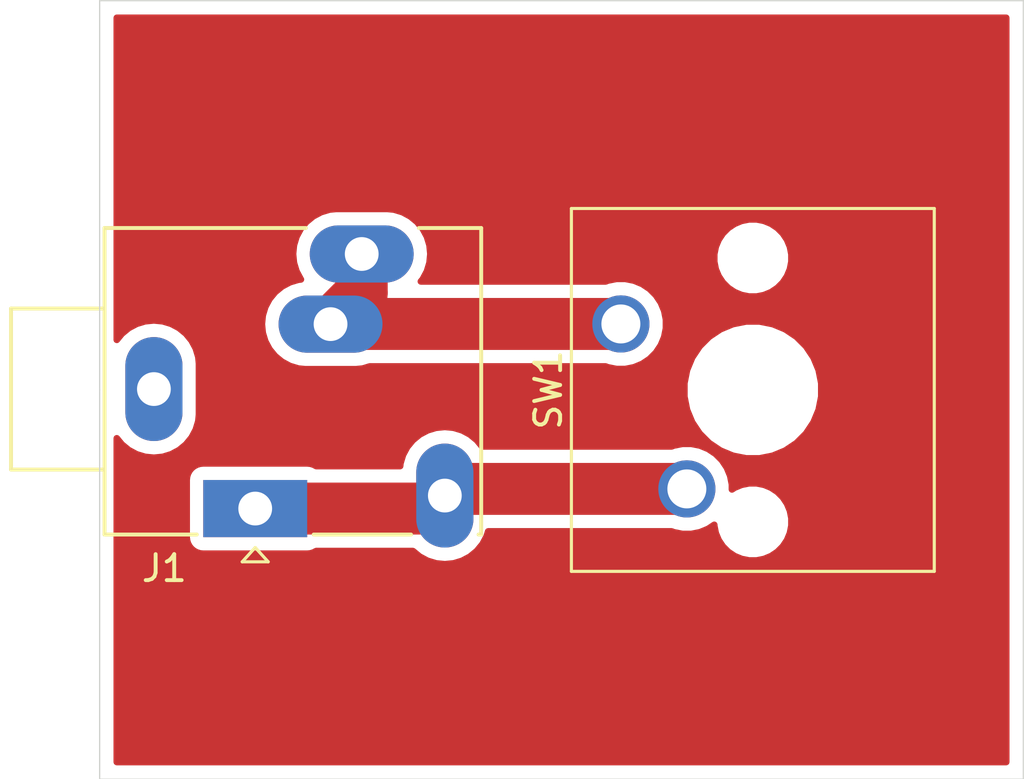
<source format=kicad_pcb>
(kicad_pcb (version 20171130) (host pcbnew "(6.0.0-rc1-dev-1521-g81a0ab4d7)")

  (general
    (thickness 1.6)
    (drawings 5)
    (tracks 6)
    (zones 0)
    (modules 2)
    (nets 4)
  )

  (page A4)
  (layers
    (0 F.Cu signal)
    (31 B.Cu signal)
    (32 B.Adhes user)
    (33 F.Adhes user)
    (34 B.Paste user)
    (35 F.Paste user)
    (36 B.SilkS user)
    (37 F.SilkS user)
    (38 B.Mask user)
    (39 F.Mask user)
    (40 Dwgs.User user)
    (41 Cmts.User user)
    (42 Eco1.User user)
    (43 Eco2.User user)
    (44 Edge.Cuts user)
    (45 Margin user)
    (46 B.CrtYd user)
    (47 F.CrtYd user)
    (48 B.Fab user)
    (49 F.Fab user)
  )

  (setup
    (last_trace_width 2)
    (user_trace_width 2)
    (trace_clearance 0.254)
    (zone_clearance 0.508)
    (zone_45_only no)
    (trace_min 0.127)
    (via_size 0.6858)
    (via_drill 0.3302)
    (via_min_size 0.6)
    (via_min_drill 0.3)
    (uvia_size 0.3)
    (uvia_drill 0.1)
    (uvias_allowed no)
    (uvia_min_size 0)
    (uvia_min_drill 0)
    (edge_width 0.05)
    (segment_width 0.2)
    (pcb_text_width 0.3)
    (pcb_text_size 1.5 1.5)
    (mod_edge_width 0.12)
    (mod_text_size 1 1)
    (mod_text_width 0.15)
    (pad_size 1.524 1.524)
    (pad_drill 0.762)
    (pad_to_mask_clearance 0.051)
    (solder_mask_min_width 0.25)
    (aux_axis_origin 0 0)
    (visible_elements FFFFFF7F)
    (pcbplotparams
      (layerselection 0x010fc_ffffffff)
      (usegerberextensions false)
      (usegerberattributes false)
      (usegerberadvancedattributes false)
      (creategerberjobfile false)
      (excludeedgelayer true)
      (linewidth 0.100000)
      (plotframeref false)
      (viasonmask false)
      (mode 1)
      (useauxorigin false)
      (hpglpennumber 1)
      (hpglpenspeed 20)
      (hpglpendiameter 15.000000)
      (psnegative false)
      (psa4output false)
      (plotreference true)
      (plotvalue true)
      (plotinvisibletext false)
      (padsonsilk false)
      (subtractmaskfromsilk false)
      (outputformat 1)
      (mirror false)
      (drillshape 1)
      (scaleselection 1)
      (outputdirectory ""))
  )

  (net 0 "")
  (net 1 "Net-(J1-PadT)")
  (net 2 "Net-(J1-PadR)")
  (net 3 "Net-(J1-PadS)")

  (net_class Default "This is the default net class."
    (clearance 0.254)
    (trace_width 0.25)
    (via_dia 0.6858)
    (via_drill 0.3302)
    (uvia_dia 0.3)
    (uvia_drill 0.1)
    (add_net "Net-(J1-PadR)")
    (add_net "Net-(J1-PadS)")
    (add_net "Net-(J1-PadT)")
  )

  (module Connector_Audio:Jack_3.5mm_Ledino_KB3SPRS_Horizontal (layer F.Cu) (tedit 5BC12D58) (tstamp 5C79EE80)
    (at 126.893001 72.893001)
    (descr https://www.reichelt.de/index.html?ACTION=7&LA=3&OPEN=0&INDEX=0&FILENAME=C160%252FKB3SPRS.pdf)
    (tags "jack stereo TRS")
    (path /5C7A5006)
    (fp_text reference J1 (at -3.5 2.3) (layer F.SilkS)
      (effects (font (size 1 1) (thickness 0.15)))
    )
    (fp_text value AudioJack_Mono_Ground_Switch (at 2.3 -12.2) (layer F.Fab)
      (effects (font (size 1 1) (thickness 0.15)))
    )
    (fp_text user %R (at 2.7 -4.6) (layer F.Fab)
      (effects (font (size 1 1) (thickness 0.15)))
    )
    (fp_line (start 0.5 2.05) (end 0 1.5) (layer F.SilkS) (width 0.12))
    (fp_line (start -0.5 2.05) (end 0.5 2.05) (layer F.SilkS) (width 0.12))
    (fp_line (start 0 1.5) (end -0.5 2.05) (layer F.SilkS) (width 0.12))
    (fp_line (start -9.3 -7.6) (end -9.3 -1.6) (layer F.Fab) (width 0.1))
    (fp_line (start -9.3 -1.6) (end -5.7 -1.6) (layer F.Fab) (width 0.1))
    (fp_line (start -9.3 -7.6) (end -5.7 -7.6) (layer F.Fab) (width 0.1))
    (fp_line (start -5.7 -10.7) (end -5.7 0.9) (layer F.Fab) (width 0.1))
    (fp_line (start -5.7 0.9) (end 8.6 0.9) (layer F.Fab) (width 0.1))
    (fp_line (start 8.6 0.9) (end 8.6 -10.7) (layer F.Fab) (width 0.1))
    (fp_line (start 8.6 -10.7) (end -5.7 -10.7) (layer F.Fab) (width 0.1))
    (fp_line (start -9.8 2) (end 9.1 2) (layer F.CrtYd) (width 0.05))
    (fp_line (start 9.1 -11.4) (end -9.8 -11.4) (layer F.CrtYd) (width 0.05))
    (fp_line (start -5.8 -10.8) (end 1.95 -10.8) (layer F.SilkS) (width 0.15))
    (fp_line (start 6.3 -10.8) (end 8.7 -10.8) (layer F.SilkS) (width 0.15))
    (fp_line (start 8.7 -10.8) (end 8.7 1) (layer F.SilkS) (width 0.15))
    (fp_line (start 8.7 1) (end 8.6 1) (layer F.SilkS) (width 0.15))
    (fp_line (start 6 1) (end 2.25 1) (layer F.SilkS) (width 0.15))
    (fp_line (start -2.25 1) (end -5.8 1) (layer F.SilkS) (width 0.15))
    (fp_line (start -5.8 1) (end -5.8 -10.8) (layer F.SilkS) (width 0.15))
    (fp_line (start -5.8 -7.7) (end -9.4 -7.7) (layer F.SilkS) (width 0.15))
    (fp_line (start -9.4 -7.7) (end -9.4 -1.5) (layer F.SilkS) (width 0.15))
    (fp_line (start -9.4 -1.5) (end -5.8 -1.5) (layer F.SilkS) (width 0.15))
    (fp_line (start -9.8 -11.4) (end -9.8 2) (layer F.CrtYd) (width 0.05))
    (fp_line (start 9.1 2) (end 9.1 -11.4) (layer F.CrtYd) (width 0.05))
    (fp_circle (center 0.1 -1.75) (end 0.4 -1.55) (layer F.Fab) (width 0.12))
    (pad T thru_hole rect (at 0 0) (size 4 2.2) (drill 1.3) (layers *.Cu *.Mask)
      (net 1 "Net-(J1-PadT)"))
    (pad TN thru_hole oval (at 7.3 -0.5 90) (size 4 2.2) (drill 1.3) (layers *.Cu *.Mask)
      (net 1 "Net-(J1-PadT)"))
    (pad RN thru_hole oval (at 2.9 -7.1) (size 4 2.2) (drill 1.3) (layers *.Cu *.Mask)
      (net 2 "Net-(J1-PadR)"))
    (pad R thru_hole oval (at 4.1 -9.8) (size 4 2.2) (drill 1.3) (layers *.Cu *.Mask)
      (net 2 "Net-(J1-PadR)"))
    (pad S thru_hole oval (at -3.9 -4.6) (size 2.2 4) (drill 1.3) (layers *.Cu *.Mask)
      (net 3 "Net-(J1-PadS)"))
    (model ${KISYS3DMOD}/Connector_Audio.3dshapes/Jack_3.5mm_Ledino_KB3SPRS_Horizontal.wrl
      (at (xyz 0 0 0))
      (scale (xyz 1 1 1))
      (rotate (xyz 0 0 0))
    )
  )

  (module Button_Switch_Keyboard:SW_Cherry_MX1A_1.00u_PCB (layer F.Cu) (tedit 5A02FE24) (tstamp 5C79EE9A)
    (at 140.97 65.786 90)
    (descr "Cherry MX keyswitch, MX1A, 1.00u, PCB mount, http://cherryamericas.com/wp-content/uploads/2014/12/mx_cat.pdf")
    (tags "cherry mx keyswitch MX1A 1.00u PCB")
    (path /5C797BA6)
    (fp_text reference SW1 (at -2.54 -2.794 90) (layer F.SilkS)
      (effects (font (size 1 1) (thickness 0.15)))
    )
    (fp_text value SW_Push (at -2.54 12.954 90) (layer F.Fab)
      (effects (font (size 1 1) (thickness 0.15)))
    )
    (fp_text user %R (at -2.54 -2.794 90) (layer F.Fab)
      (effects (font (size 1 1) (thickness 0.15)))
    )
    (fp_line (start -8.89 -1.27) (end 3.81 -1.27) (layer F.Fab) (width 0.15))
    (fp_line (start 3.81 -1.27) (end 3.81 11.43) (layer F.Fab) (width 0.15))
    (fp_line (start 3.81 11.43) (end -8.89 11.43) (layer F.Fab) (width 0.15))
    (fp_line (start -8.89 11.43) (end -8.89 -1.27) (layer F.Fab) (width 0.15))
    (fp_line (start -9.14 11.68) (end -9.14 -1.52) (layer F.CrtYd) (width 0.05))
    (fp_line (start 4.06 11.68) (end -9.14 11.68) (layer F.CrtYd) (width 0.05))
    (fp_line (start 4.06 -1.52) (end 4.06 11.68) (layer F.CrtYd) (width 0.05))
    (fp_line (start -9.14 -1.52) (end 4.06 -1.52) (layer F.CrtYd) (width 0.05))
    (fp_line (start -12.065 -4.445) (end 6.985 -4.445) (layer Dwgs.User) (width 0.15))
    (fp_line (start 6.985 -4.445) (end 6.985 14.605) (layer Dwgs.User) (width 0.15))
    (fp_line (start 6.985 14.605) (end -12.065 14.605) (layer Dwgs.User) (width 0.15))
    (fp_line (start -12.065 14.605) (end -12.065 -4.445) (layer Dwgs.User) (width 0.15))
    (fp_line (start -9.525 -1.905) (end 4.445 -1.905) (layer F.SilkS) (width 0.12))
    (fp_line (start 4.445 -1.905) (end 4.445 12.065) (layer F.SilkS) (width 0.12))
    (fp_line (start 4.445 12.065) (end -9.525 12.065) (layer F.SilkS) (width 0.12))
    (fp_line (start -9.525 12.065) (end -9.525 -1.905) (layer F.SilkS) (width 0.12))
    (pad 1 thru_hole circle (at 0 0 90) (size 2.2 2.2) (drill 1.5) (layers *.Cu *.Mask)
      (net 2 "Net-(J1-PadR)"))
    (pad 2 thru_hole circle (at -6.35 2.54 90) (size 2.2 2.2) (drill 1.5) (layers *.Cu *.Mask)
      (net 1 "Net-(J1-PadT)"))
    (pad "" np_thru_hole circle (at -2.54 5.08 90) (size 4 4) (drill 4) (layers *.Cu *.Mask))
    (pad "" np_thru_hole circle (at -7.62 5.08 90) (size 1.7 1.7) (drill 1.7) (layers *.Cu *.Mask))
    (pad "" np_thru_hole circle (at 2.54 5.08 90) (size 1.7 1.7) (drill 1.7) (layers *.Cu *.Mask))
    (model ${KISYS3DMOD}/Button_Switch_Keyboard.3dshapes/SW_Cherry_MX1A_1.00u_PCB.wrl
      (at (xyz 0 0 0))
      (scale (xyz 1 1 1))
      (rotate (xyz 0 0 0))
    )
  )

  (gr_line (start 156.464 53.34) (end 120.904 53.34) (angle 90) (layer Edge.Cuts) (width 0.05))
  (gr_line (start 156.464 83.312) (end 156.464 53.34) (angle 90) (layer Edge.Cuts) (width 0.05))
  (gr_line (start 120.904 83.312) (end 156.464 83.312) (angle 90) (layer Edge.Cuts) (width 0.05))
  (gr_line (start 120.904 68.326) (end 120.904 83.312) (angle 90) (layer Edge.Cuts) (width 0.05))
  (gr_line (start 120.904 68.326) (end 120.904 53.34) (angle 90) (layer Edge.Cuts) (width 0.05))

  (segment (start 143.51 72.136) (end 134.450002 72.136) (width 2) (layer F.Cu) (net 1) (status C00000))
  (segment (start 134.450002 72.136) (end 133.693001 72.893001) (width 2) (layer F.Cu) (net 1) (tstamp 5C7A1784) (status C00000))
  (segment (start 133.693001 72.893001) (end 126.893001 72.893001) (width 2) (layer F.Cu) (net 1) (tstamp 5C7A1785) (status C00000))
  (segment (start 140.97 65.786) (end 129.800002 65.786) (width 2) (layer F.Cu) (net 2) (status C00000))
  (segment (start 129.800002 65.786) (end 130.993001 64.593001) (width 2) (layer F.Cu) (net 2) (tstamp 5C7A1780) (status 400000))
  (segment (start 130.993001 64.593001) (end 130.993001 63.093001) (width 2) (layer F.Cu) (net 2) (tstamp 5C7A1781) (status 800000))

  (zone (net 0) (net_name "") (layer F.Cu) (tstamp 5C7A1789) (hatch edge 0.508)
    (connect_pads (clearance 0.508))
    (min_thickness 0.254)
    (fill yes (arc_segments 32) (thermal_gap 0.508) (thermal_bridge_width 0.508))
    (polygon
      (pts
        (xy 156.21 83.058) (xy 121.158 83.058) (xy 121.158 53.594) (xy 156.21 53.594)
      )
    )
    (filled_polygon
      (pts
        (xy 155.804 82.652) (xy 121.564 82.652) (xy 121.564 71.793001) (xy 124.254929 71.793001) (xy 124.254929 73.993001)
        (xy 124.267189 74.117483) (xy 124.303499 74.237181) (xy 124.362464 74.347495) (xy 124.441816 74.444186) (xy 124.538507 74.523538)
        (xy 124.648821 74.582503) (xy 124.768519 74.618813) (xy 124.893001 74.631073) (xy 128.893001 74.631073) (xy 129.017483 74.618813)
        (xy 129.137181 74.582503) (xy 129.239145 74.528001) (xy 132.962958 74.528001) (xy 133.224424 74.74258) (xy 133.525834 74.903687)
        (xy 133.852883 75.002896) (xy 134.193001 75.036395) (xy 134.53312 75.002896) (xy 134.860169 74.903687) (xy 135.161579 74.74258)
        (xy 135.425767 74.525767) (xy 135.64258 74.261579) (xy 135.803687 73.960169) (xy 135.861071 73.771) (xy 142.923465 73.771)
        (xy 143.003919 73.804325) (xy 143.339117 73.871) (xy 143.680883 73.871) (xy 144.016081 73.804325) (xy 144.331831 73.673537)
        (xy 144.565 73.517739) (xy 144.565 73.55226) (xy 144.622068 73.839158) (xy 144.73401 74.109411) (xy 144.896525 74.352632)
        (xy 145.103368 74.559475) (xy 145.346589 74.72199) (xy 145.616842 74.833932) (xy 145.90374 74.891) (xy 146.19626 74.891)
        (xy 146.483158 74.833932) (xy 146.753411 74.72199) (xy 146.996632 74.559475) (xy 147.203475 74.352632) (xy 147.36599 74.109411)
        (xy 147.477932 73.839158) (xy 147.535 73.55226) (xy 147.535 73.25974) (xy 147.477932 72.972842) (xy 147.36599 72.702589)
        (xy 147.203475 72.459368) (xy 146.996632 72.252525) (xy 146.753411 72.09001) (xy 146.483158 71.978068) (xy 146.19626 71.921)
        (xy 145.90374 71.921) (xy 145.616842 71.978068) (xy 145.346589 72.09001) (xy 145.245 72.15789) (xy 145.245 71.965117)
        (xy 145.178325 71.629919) (xy 145.047537 71.314169) (xy 144.857663 71.030002) (xy 144.615998 70.788337) (xy 144.331831 70.598463)
        (xy 144.016081 70.467675) (xy 143.680883 70.401) (xy 143.339117 70.401) (xy 143.003919 70.467675) (xy 142.923465 70.501)
        (xy 135.623357 70.501) (xy 135.425767 70.260235) (xy 135.161578 70.043422) (xy 134.860168 69.882315) (xy 134.533119 69.783106)
        (xy 134.193001 69.749607) (xy 133.852882 69.783106) (xy 133.525833 69.882315) (xy 133.224423 70.043422) (xy 132.960235 70.260235)
        (xy 132.743422 70.524424) (xy 132.582315 70.825834) (xy 132.483106 71.152883) (xy 132.472753 71.258001) (xy 129.239145 71.258001)
        (xy 129.137181 71.203499) (xy 129.017483 71.167189) (xy 128.893001 71.154929) (xy 124.893001 71.154929) (xy 124.768519 71.167189)
        (xy 124.648821 71.203499) (xy 124.538507 71.262464) (xy 124.441816 71.341816) (xy 124.362464 71.438507) (xy 124.303499 71.548821)
        (xy 124.267189 71.668519) (xy 124.254929 71.793001) (xy 121.564 71.793001) (xy 121.564 70.186652) (xy 121.760236 70.425767)
        (xy 122.024424 70.64258) (xy 122.325834 70.803687) (xy 122.652883 70.902896) (xy 122.993001 70.936395) (xy 123.33312 70.902896)
        (xy 123.660169 70.803687) (xy 123.961579 70.64258) (xy 124.225767 70.425767) (xy 124.44258 70.161579) (xy 124.603687 69.860169)
        (xy 124.702896 69.53312) (xy 124.728001 69.278226) (xy 124.728001 68.066475) (xy 143.415 68.066475) (xy 143.415 68.585525)
        (xy 143.516261 69.094601) (xy 143.714893 69.574141) (xy 144.003262 70.005715) (xy 144.370285 70.372738) (xy 144.801859 70.661107)
        (xy 145.281399 70.859739) (xy 145.790475 70.961) (xy 146.309525 70.961) (xy 146.818601 70.859739) (xy 147.298141 70.661107)
        (xy 147.729715 70.372738) (xy 148.096738 70.005715) (xy 148.385107 69.574141) (xy 148.583739 69.094601) (xy 148.685 68.585525)
        (xy 148.685 68.066475) (xy 148.583739 67.557399) (xy 148.385107 67.077859) (xy 148.096738 66.646285) (xy 147.729715 66.279262)
        (xy 147.298141 65.990893) (xy 146.818601 65.792261) (xy 146.309525 65.691) (xy 145.790475 65.691) (xy 145.281399 65.792261)
        (xy 144.801859 65.990893) (xy 144.370285 66.279262) (xy 144.003262 66.646285) (xy 143.714893 67.077859) (xy 143.516261 67.557399)
        (xy 143.415 68.066475) (xy 124.728001 68.066475) (xy 124.728001 67.307776) (xy 124.702896 67.052882) (xy 124.603687 66.725833)
        (xy 124.44258 66.424423) (xy 124.225767 66.160235) (xy 123.961578 65.943422) (xy 123.680161 65.793001) (xy 127.149607 65.793001)
        (xy 127.183106 66.13312) (xy 127.282315 66.460169) (xy 127.443422 66.761579) (xy 127.660235 67.025767) (xy 127.924423 67.24258)
        (xy 128.225833 67.403687) (xy 128.552882 67.502896) (xy 128.807776 67.528001) (xy 130.778226 67.528001) (xy 131.03312 67.502896)
        (xy 131.303096 67.421) (xy 140.383465 67.421) (xy 140.463919 67.454325) (xy 140.799117 67.521) (xy 141.140883 67.521)
        (xy 141.476081 67.454325) (xy 141.791831 67.323537) (xy 142.075998 67.133663) (xy 142.317663 66.891998) (xy 142.507537 66.607831)
        (xy 142.638325 66.292081) (xy 142.705 65.956883) (xy 142.705 65.615117) (xy 142.638325 65.279919) (xy 142.507537 64.964169)
        (xy 142.317663 64.680002) (xy 142.075998 64.438337) (xy 141.791831 64.248463) (xy 141.476081 64.117675) (xy 141.140883 64.051)
        (xy 140.799117 64.051) (xy 140.463919 64.117675) (xy 140.383465 64.151) (xy 133.269194 64.151) (xy 133.34258 64.061579)
        (xy 133.503687 63.760169) (xy 133.602896 63.43312) (xy 133.635731 63.09974) (xy 144.565 63.09974) (xy 144.565 63.39226)
        (xy 144.622068 63.679158) (xy 144.73401 63.949411) (xy 144.896525 64.192632) (xy 145.103368 64.399475) (xy 145.346589 64.56199)
        (xy 145.616842 64.673932) (xy 145.90374 64.731) (xy 146.19626 64.731) (xy 146.483158 64.673932) (xy 146.753411 64.56199)
        (xy 146.996632 64.399475) (xy 147.203475 64.192632) (xy 147.36599 63.949411) (xy 147.477932 63.679158) (xy 147.535 63.39226)
        (xy 147.535 63.09974) (xy 147.477932 62.812842) (xy 147.36599 62.542589) (xy 147.203475 62.299368) (xy 146.996632 62.092525)
        (xy 146.753411 61.93001) (xy 146.483158 61.818068) (xy 146.19626 61.761) (xy 145.90374 61.761) (xy 145.616842 61.818068)
        (xy 145.346589 61.93001) (xy 145.103368 62.092525) (xy 144.896525 62.299368) (xy 144.73401 62.542589) (xy 144.622068 62.812842)
        (xy 144.565 63.09974) (xy 133.635731 63.09974) (xy 133.636395 63.093001) (xy 133.602896 62.752882) (xy 133.503687 62.425833)
        (xy 133.34258 62.124423) (xy 133.125767 61.860235) (xy 132.861579 61.643422) (xy 132.560169 61.482315) (xy 132.23312 61.383106)
        (xy 131.978226 61.358001) (xy 130.007776 61.358001) (xy 129.752882 61.383106) (xy 129.425833 61.482315) (xy 129.124423 61.643422)
        (xy 128.860235 61.860235) (xy 128.643422 62.124423) (xy 128.482315 62.425833) (xy 128.383106 62.752882) (xy 128.349607 63.093001)
        (xy 128.383106 63.43312) (xy 128.482315 63.760169) (xy 128.643422 64.061579) (xy 128.652996 64.073246) (xy 128.552882 64.083106)
        (xy 128.225833 64.182315) (xy 127.924423 64.343422) (xy 127.660235 64.560235) (xy 127.443422 64.824423) (xy 127.282315 65.125833)
        (xy 127.183106 65.452882) (xy 127.149607 65.793001) (xy 123.680161 65.793001) (xy 123.660168 65.782315) (xy 123.333119 65.683106)
        (xy 122.993001 65.649607) (xy 122.652882 65.683106) (xy 122.325833 65.782315) (xy 122.024423 65.943422) (xy 121.760235 66.160235)
        (xy 121.564 66.399349) (xy 121.564 54) (xy 155.804001 54)
      )
    )
  )
)

</source>
